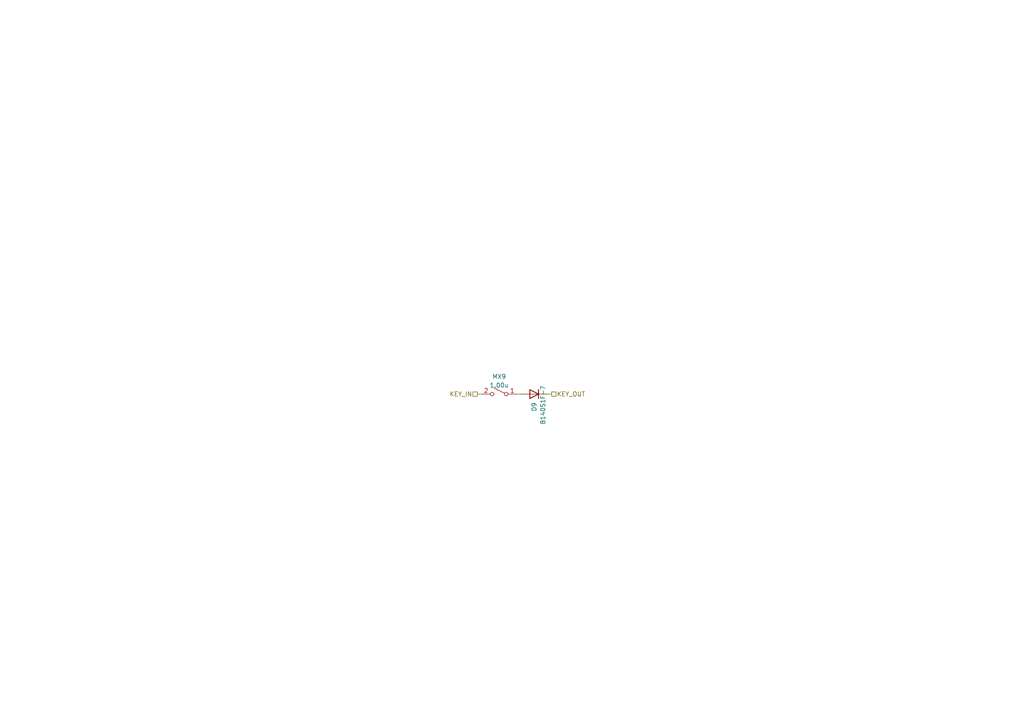
<source format=kicad_sch>
(kicad_sch (version 20250114) (generator "eeschema") (generator_version "9.0")
  (paper "A4")
  (lib_symbols
    (symbol "keyboard:diode" (pin_numbers (hide yes)) (pin_names (hide yes))
      (property "Reference" "D" (at 0 2.54 0))
      (property "Value" "1N4148" (at 0 -2.54 0))
      (symbol "diode_0_1"
        (polyline (pts (xy -1.27 1.27) (xy -1.27 -1.27)) (stroke (width 0.254)))
        (polyline (pts (xy 1.27 1.27) (xy 1.27 -1.27) (xy -1.27 0) (xy 1.27 1.27)) (stroke (width 0.254)))
        (polyline (pts (xy 1.27 0) (xy -1.27 0)))
      )
      (symbol "diode_1_1"
        (pin passive line (at -3.81 0 0) (length 2.54) (name "K") (number "1"))
        (pin passive line (at 3.81 0 180) (length 2.54) (name "A") (number "2"))
      )
    )
    (symbol "keyboard:switch" (pin_names (offset 0) (hide yes))
      (property "Reference" "MX103" (at 0 5.08 0))
      (property "Value" "1.00u" (at 0 2.54 0))
      (symbol "switch_0_0"
        (circle (center -2.032 0) (radius 0.508))
        (polyline (pts (xy -1.524 0.254) (xy 1.524 1.778)))
        (circle (center 2.032 0) (radius 0.508))
      )
      (symbol "switch_1_1"
        (pin passive line (at -5.08 0 0) (length 2.54) (name "A") (number "1"))
        (pin passive line (at 5.08 0 180) (length 2.54) (name "B") (number "2"))
      )
    )
  )
  (wire (pts (xy 158.75 114.3) (xy 160.02 114.3)))
  (wire (pts (xy 138.43 114.3) (xy 139.7 114.3)))
  (wire (pts (xy 151.13 114.3) (xy 149.86 114.3)))
  (hierarchical_label "KEY_OUT" (shape passive) (at 160.02 114.3 0))
  (hierarchical_label "KEY_IN" (shape passive) (at 138.43 114.3 180))
  (symbol (lib_id "keyboard:switch") (at 144.78 114.3 0) (mirror y) (unit 1)
    (property "Reference" "MX2" (at 144.78 109.22 0))
    (property "Value" "1.00u" (at 144.78 111.76 0))
    (property "Footprint" "G915:Membrane-G915" (effects (hide yes)))
    (instances (project "zmk-g915" (path "" (reference "MX9") (unit 1)) (path "" (reference "MX5") (unit 1)) (path "" (reference "MX113") (unit 1)) (path "" (reference "MX7") (unit 1)) (path "" (reference "MX114") (unit 1)) (path "" (reference "MX115") (unit 1)) (path "" (reference "MX6") (unit 1)) (path "" (reference "MX4") (unit 1)) (path "" (reference "MX2") (unit 1)) (path "" (reference "MX8") (unit 1)) (path "" (reference "MX116") (unit 1)) (path "" (reference "MX3") (unit 1))))
  )
  (symbol (lib_id "keyboard:diode") (at 154.94 114.3 180) (unit 1)
    (property "Reference" "D2" (at 154.94 119.38 90) (effects (justify right)))
    (property "Value" "B140S1F-7" (at 157.48 123.19 90) (effects (justify right)))
    (property "Footprint" "keyboard:D_SOD-123F" (effects (hide yes)))
    (property "Datasheet" "https://datasheet.lcsc.com/lcsc/1811061725_ST-Semtech-1N4148W_C81598.pdf" (effects (hide yes)))
    (property "PN" "1N4148W" (effects (hide yes)))
    (property "LCSC Part Number" "C81598" (effects (hide yes)))
    (property "LCSC link" "https://www.lcsc.com/product-detail/Switching-Diode_ST-Semtech-1N4148W_C81598.html" (effects (hide yes)))
    (instances (project "zmk-g915" (path "" (reference "D9") (unit 1)) (path "" (reference "D5") (unit 1)) (path "" (reference "D113") (unit 1)) (path "" (reference "D7") (unit 1)) (path "" (reference "D114") (unit 1)) (path "" (reference "D115") (unit 1)) (path "" (reference "D6") (unit 1)) (path "" (reference "D4") (unit 1)) (path "" (reference "D2") (unit 1)) (path "" (reference "D8") (unit 1)) (path "" (reference "D116") (unit 1)) (path "" (reference "D3") (unit 1))))
  )
)
</source>
